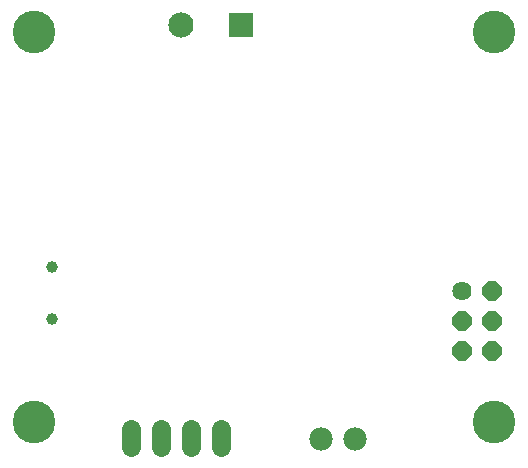
<source format=gbs>
G75*
%MOIN*%
%OFA0B0*%
%FSLAX24Y24*%
%IPPOS*%
%LPD*%
%AMOC8*
5,1,8,0,0,1.08239X$1,22.5*
%
%ADD10C,0.1418*%
%ADD11C,0.0394*%
%ADD12R,0.0840X0.0840*%
%ADD13C,0.0840*%
%ADD14C,0.0780*%
%ADD15C,0.0640*%
%ADD16C,0.0640*%
%ADD17OC8,0.0640*%
D10*
X003722Y002738D03*
X003722Y015730D03*
X019076Y015730D03*
X019076Y002738D03*
D11*
X004313Y006163D03*
X004313Y007895D03*
D12*
X010612Y015966D03*
D13*
X008643Y015966D03*
D14*
X013298Y002147D03*
X014438Y002147D03*
D15*
X009946Y001887D02*
X009946Y002487D01*
X008946Y002487D02*
X008946Y001887D01*
X007946Y001887D02*
X007946Y002487D01*
X006946Y002487D02*
X006946Y001887D01*
D16*
X017986Y007084D03*
D17*
X017986Y006084D03*
X017986Y005084D03*
X018986Y005084D03*
X018986Y006084D03*
X018986Y007084D03*
M02*

</source>
